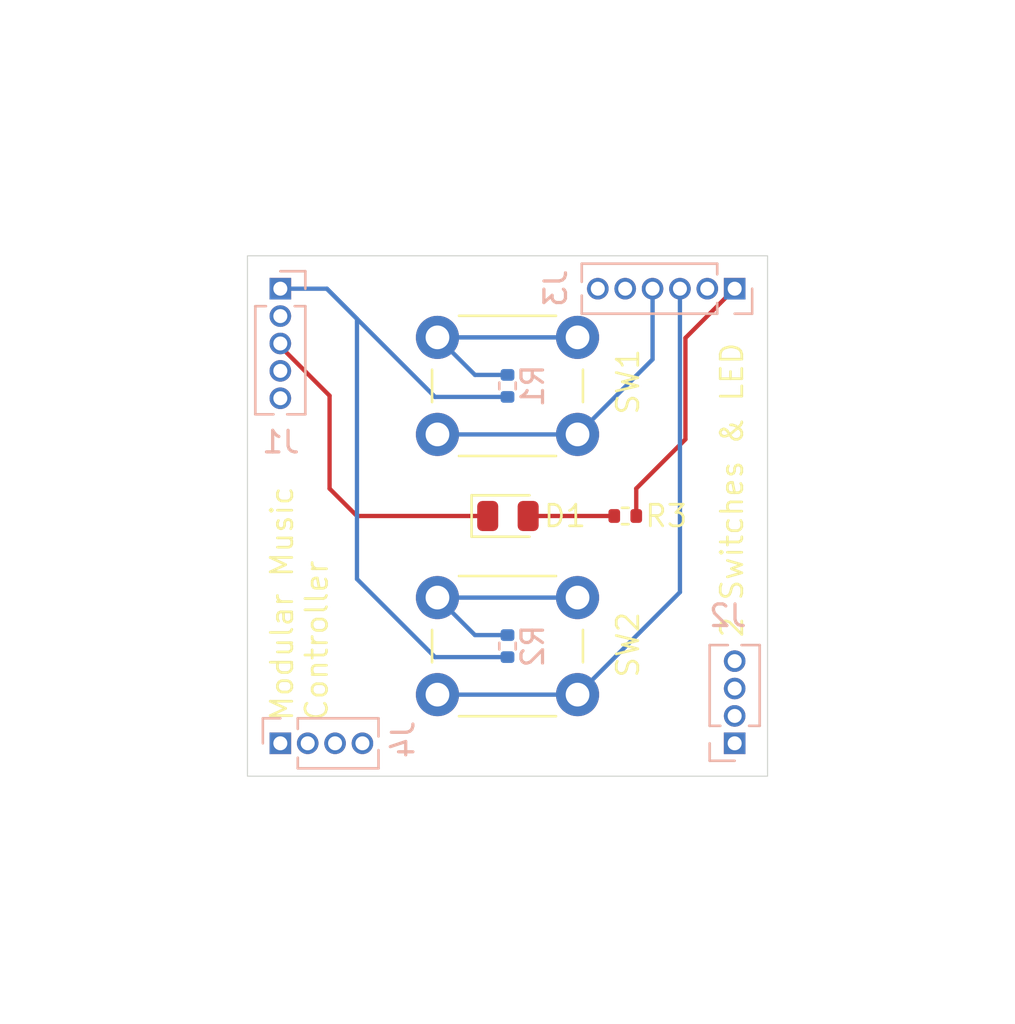
<source format=kicad_pcb>
(kicad_pcb (version 20241229) (generator "pcbnew") (generator_version "9.0")
  (title_block (title "Modular Music Controller / Block / Two Switches (Vertical)") (date "2025-12-03") (rev "1") (company "Dennis Schulmeister-Zimolong"))
  (layers (0 "F.Cu" signal) (2 "B.Cu" signal) (13 "F.Paste" user) (15 "B.Paste" user) (5 "F.SilkS" user "F.Silkscreen") (7 "B.SilkS" user "B.Silkscreen") (1 "F.Mask" user) (3 "B.Mask" user) (25 "Edge.Cuts" user))
  (net 0 "")
  (net 1 "GND")
  (net 2 "Net-(D1-A)")
  (net 3 "/SlotBus.Clock")
  (net 4 "/AREF")
  (net 5 "/+3.3V Digital")
  (net 6 "/SlotBus.Data")
  (net 7 "/Addr3")
  (net 8 "/Addr0")
  (net 9 "/Addr1")
  (net 10 "/Addr2")
  (net 11 "/B")
  (net 12 "/C")
  (net 13 "/LED")
  (net 14 "/A1")
  (net 15 "/A")
  (net 16 "/A0")
  (net 17 "/Typ3")
  (net 18 "/Typ0")
  (net 19 "/Typ1")
  (net 20 "/Typ2")
  (net 21 "Net-(R1-Pad2)")
  (net 22 "Net-(R2-Pad2)")
  (footprint "LED_SMD:LED_0805_2012Metric" (layer "F.Cu") (at 139.085 113.665)
    (property "Reference" "D1" (at 2.647 0 0) (layer "F.SilkS") (effects (font (thickness 0.125))))
    (property "Value" "LED")
    (fp_line (start -1.685 -0.96) (end -1.685 0.96) (stroke (width 0.12)) (layer "F.SilkS"))
    (fp_line (start -1.685 0.96) (end 1 0.96) (stroke (width 0.12)) (layer "F.SilkS"))
    (fp_line (start 1 -0.96) (end -1.685 -0.96) (stroke (width 0.12)) (layer "F.SilkS"))
    (pad "1" smd roundrect (at -0.9375 0) (size 0.975 1.4) (layers "F.Cu" "F.Mask" "F.Paste") (net 1 "GND"))
    (pad "2" smd roundrect (at 0.9375 0) (size 0.975 1.4) (layers "F.Cu" "F.Mask" "F.Paste") (net 2 "Net-(D1-A)"))
  )
  (footprint "Button_Switch_THT:SW_PUSH_6mm" (layer "F.Cu") (at 135.815 117.44781)
    (property "Reference" "SW2" (at 8.838 2.18619 90) (layer "F.SilkS") (effects (font (thickness 0.125))))
    (property "Value" "SW_Push")
    (fp_line (start -0.25 1.5) (end -0.25 3) (stroke (width 0.12)) (layer "F.SilkS"))
    (fp_line (start 1 5.5) (end 5.5 5.5) (stroke (width 0.12)) (layer "F.SilkS"))
    (fp_line (start 5.5 -1) (end 1 -1) (stroke (width 0.12)) (layer "F.SilkS"))
    (fp_line (start 6.75 3) (end 6.75 1.5) (stroke (width 0.12)) (layer "F.SilkS"))
    (pad "1" thru_hole circle (at 0 0 90) (size 2 2) (drill 1.1) (layers "*.Cu" "*.Mask") (net 22 "Net-(R2-Pad2)"))
    (pad "1" thru_hole circle (at 6.5 0 90) (size 2 2) (drill 1.1) (layers "*.Cu" "*.Mask") (net 22 "Net-(R2-Pad2)"))
    (pad "2" thru_hole circle (at 0 4.5 90) (size 2 2) (drill 1.1) (layers "*.Cu" "*.Mask") (net 11 "/B"))
    (pad "2" thru_hole circle (at 6.5 4.5 90) (size 2 2) (drill 1.1) (layers "*.Cu" "*.Mask") (net 11 "/B"))
  )
  (footprint "Resistor_SMD:R_0402_1005Metric" (layer "F.Cu") (at 144.528 113.665 180)
    (property "Reference" "R3" (at -1.903 0 180) (layer "F.SilkS") (effects (font (thickness 0.125))))
    (property "Value" "1k")
    (fp_line (start -0.153641 0.38) (end 0.153641 0.38) (stroke (width 0.12)) (layer "F.SilkS"))
    (fp_line (start -0.153641 -0.38) (end 0.153641 -0.38) (stroke (width 0.12)) (layer "F.SilkS"))
    (pad "1" smd roundrect (at -0.51 0 180) (size 0.54 0.64) (layers "F.Cu" "F.Mask" "F.Paste") (net 13 "/LED"))
    (pad "2" smd roundrect (at 0.51 0 180) (size 0.54 0.64) (layers "F.Cu" "F.Mask" "F.Paste") (net 2 "Net-(D1-A)"))
  )
  (footprint "Button_Switch_THT:SW_PUSH_6mm" (layer "F.Cu") (at 135.815 105.38219)
    (property "Reference" "SW1" (at 8.838 2.05981 90) (layer "F.SilkS") (effects (font (thickness 0.125))))
    (property "Value" "SW_Push")
    (fp_line (start -0.25 1.5) (end -0.25 3) (stroke (width 0.12)) (layer "F.SilkS"))
    (fp_line (start 1 5.5) (end 5.5 5.5) (stroke (width 0.12)) (layer "F.SilkS"))
    (fp_line (start 5.5 -1) (end 1 -1) (stroke (width 0.12)) (layer "F.SilkS"))
    (fp_line (start 6.75 3) (end 6.75 1.5) (stroke (width 0.12)) (layer "F.SilkS"))
    (pad "1" thru_hole circle (at 0 0 90) (size 2 2) (drill 1.1) (layers "*.Cu" "*.Mask") (net 21 "Net-(R1-Pad2)"))
    (pad "1" thru_hole circle (at 6.5 0 90) (size 2 2) (drill 1.1) (layers "*.Cu" "*.Mask") (net 21 "Net-(R1-Pad2)"))
    (pad "2" thru_hole circle (at 0 4.5 90) (size 2 2) (drill 1.1) (layers "*.Cu" "*.Mask") (net 15 "/A"))
    (pad "2" thru_hole circle (at 6.5 4.5 90) (size 2 2) (drill 1.1) (layers "*.Cu" "*.Mask") (net 15 "/A"))
  )
  (footprint "Connector_PinHeader_1.27mm:PinHeader_1x04_P1.27mm_Vertical" (layer "B.Cu") (at 128.525 124.205 -90)
    (property "Reference" "J4" (at -0.1778 -5.6956 90) (layer "B.SilkS") (effects (justify mirror)))
    (property "Value" "Samtec MTMS-104-02-T-S-100")
    (fp_line (start -1.16 0.81) (end 0 0.81) (stroke (width 0.12)) (layer "B.SilkS"))
    (fp_line (start -1.16 0) (end -1.16 0.81) (stroke (width 0.12)) (layer "B.SilkS"))
    (fp_line (start -1.16 -0.81) (end -0.666708 -0.81) (stroke (width 0.12)) (layer "B.SilkS"))
    (fp_line (start -1.16 -0.81) (end -1.16 -4.555) (stroke (width 0.12)) (layer "B.SilkS"))
    (fp_line (start 0.666708 -0.81) (end 1.16 -0.81) (stroke (width 0.12)) (layer "B.SilkS"))
    (fp_line (start 1.16 -0.81) (end 1.16 -4.555) (stroke (width 0.12)) (layer "B.SilkS"))
    (fp_line (start -1.16 -4.555) (end -0.317923 -4.555) (stroke (width 0.12)) (layer "B.SilkS"))
    (fp_line (start 0.317923 -4.555) (end 1.16 -4.555) (stroke (width 0.12)) (layer "B.SilkS"))
    (pad "1" thru_hole rect (at 0 0 270) (size 1 1) (drill 0.65) (layers "*.Cu" "*.Mask") (net 18 "/Typ0"))
    (pad "2" thru_hole circle (at 0 -1.27 270) (size 1 1) (drill 0.65) (layers "*.Cu" "*.Mask") (net 19 "/Typ1"))
    (pad "3" thru_hole circle (at 0 -2.54 270) (size 1 1) (drill 0.65) (layers "*.Cu" "*.Mask") (net 20 "/Typ2"))
    (pad "4" thru_hole circle (at 0 -3.81 270) (size 1 1) (drill 0.65) (layers "*.Cu" "*.Mask") (net 17 "/Typ3"))
  )
  (footprint "Resistor_SMD:R_0402_1005Metric" (layer "B.Cu") (at 139.065 119.69781 90)
    (property "Reference" "R2" (at 0 1.17 90) (layer "B.SilkS") (effects (justify mirror)))
    (property "Value" "1k")
    (fp_line (start -0.153641 -0.38) (end 0.153641 -0.38) (stroke (width 0.12)) (layer "B.SilkS"))
    (fp_line (start -0.153641 0.38) (end 0.153641 0.38) (stroke (width 0.12)) (layer "B.SilkS"))
    (pad "1" smd roundrect (at -0.51 0 90) (size 0.54 0.64) (layers "B.Cu" "B.Mask" "B.Paste") (net 5 "/+3.3V Digital"))
    (pad "2" smd roundrect (at 0.51 0 90) (size 0.54 0.64) (layers "B.Cu" "B.Mask" "B.Paste") (net 22 "Net-(R2-Pad2)"))
  )
  (footprint "Resistor_SMD:R_0402_1005Metric" (layer "B.Cu") (at 139.065 107.63219 90)
    (property "Reference" "R1" (at 0 1.17 90) (layer "B.SilkS") (effects (justify mirror)))
    (property "Value" "1k")
    (fp_line (start -0.153641 -0.38) (end 0.153641 -0.38) (stroke (width 0.12)) (layer "B.SilkS"))
    (fp_line (start -0.153641 0.38) (end 0.153641 0.38) (stroke (width 0.12)) (layer "B.SilkS"))
    (pad "1" smd roundrect (at -0.51 0 90) (size 0.54 0.64) (layers "B.Cu" "B.Mask" "B.Paste") (net 5 "/+3.3V Digital"))
    (pad "2" smd roundrect (at 0.51 0 90) (size 0.54 0.64) (layers "B.Cu" "B.Mask" "B.Paste") (net 21 "Net-(R1-Pad2)"))
  )
  (footprint "Connector_PinHeader_1.27mm:PinHeader_1x04_P1.27mm_Vertical" (layer "B.Cu") (at 149.605 124.205)
    (property "Reference" "J2" (at -0.317923 -5.9182 0) (layer "B.SilkS") (effects (justify mirror)))
    (property "Value" "Samtec MTMS-104-02-T-S-100")
    (fp_line (start -1.16 -4.555) (end -0.317923 -4.555) (stroke (width 0.12)) (layer "B.SilkS"))
    (fp_line (start -1.16 -0.81) (end -1.16 -4.555) (stroke (width 0.12)) (layer "B.SilkS"))
    (fp_line (start -1.16 -0.81) (end -0.666708 -0.81) (stroke (width 0.12)) (layer "B.SilkS"))
    (fp_line (start -1.16 0) (end -1.16 0.81) (stroke (width 0.12)) (layer "B.SilkS"))
    (fp_line (start -1.16 0.81) (end 0 0.81) (stroke (width 0.12)) (layer "B.SilkS"))
    (fp_line (start 0.317923 -4.555) (end 1.16 -4.555) (stroke (width 0.12)) (layer "B.SilkS"))
    (fp_line (start 0.666708 -0.81) (end 1.16 -0.81) (stroke (width 0.12)) (layer "B.SilkS"))
    (fp_line (start 1.16 -0.81) (end 1.16 -4.555) (stroke (width 0.12)) (layer "B.SilkS"))
    (pad "1" thru_hole rect (at 0 0) (size 1 1) (drill 0.65) (layers "*.Cu" "*.Mask") (net 8 "/Addr0"))
    (pad "2" thru_hole circle (at 0 -1.27) (size 1 1) (drill 0.65) (layers "*.Cu" "*.Mask") (net 9 "/Addr1"))
    (pad "3" thru_hole circle (at 0 -2.54) (size 1 1) (drill 0.65) (layers "*.Cu" "*.Mask") (net 10 "/Addr2"))
    (pad "4" thru_hole circle (at 0 -3.81) (size 1 1) (drill 0.65) (layers "*.Cu" "*.Mask") (net 7 "/Addr3"))
  )
  (footprint "Connector_PinHeader_1.27mm:PinHeader_1x05_P1.27mm_Vertical" (layer "B.Cu") (at 128.525 103.125 180)
    (property "Reference" "J1" (at -0.0254 -7.112 180) (layer "B.SilkS") (effects (justify mirror)))
    (property "Value" "Samtec MTMS-105-02-T-S-100")
    (fp_line (start 1.16 -0.81) (end 1.16 -5.825) (stroke (width 0.12)) (layer "B.SilkS"))
    (fp_line (start 0.666708 -0.81) (end 1.16 -0.81) (stroke (width 0.12)) (layer "B.SilkS"))
    (fp_line (start 0.317923 -5.825) (end 1.16 -5.825) (stroke (width 0.12)) (layer "B.SilkS"))
    (fp_line (start -1.16 0.81) (end 0 0.81) (stroke (width 0.12)) (layer "B.SilkS"))
    (fp_line (start -1.16 0) (end -1.16 0.81) (stroke (width 0.12)) (layer "B.SilkS"))
    (fp_line (start -1.16 -0.81) (end -0.666708 -0.81) (stroke (width 0.12)) (layer "B.SilkS"))
    (fp_line (start -1.16 -0.81) (end -1.16 -5.825) (stroke (width 0.12)) (layer "B.SilkS"))
    (fp_line (start -1.16 -5.825) (end -0.317923 -5.825) (stroke (width 0.12)) (layer "B.SilkS"))
    (pad "1" thru_hole rect (at 0 0 180) (size 1 1) (drill 0.65) (layers "*.Cu" "*.Mask") (net 5 "/+3.3V Digital"))
    (pad "2" thru_hole circle (at 0 -1.27 180) (size 1 1) (drill 0.65) (layers "*.Cu" "*.Mask") (net 4 "/AREF"))
    (pad "3" thru_hole circle (at 0 -2.54 180) (size 1 1) (drill 0.65) (layers "*.Cu" "*.Mask") (net 1 "GND"))
    (pad "4" thru_hole circle (at 0 -3.81 180) (size 1 1) (drill 0.65) (layers "*.Cu" "*.Mask") (net 6 "/SlotBus.Data"))
    (pad "5" thru_hole circle (at 0 -5.08 180) (size 1 1) (drill 0.65) (layers "*.Cu" "*.Mask") (net 3 "/SlotBus.Clock"))
  )
  (footprint "Connector_PinHeader_1.27mm:PinHeader_1x06_P1.27mm_Vertical" (layer "B.Cu") (at 149.605 103.125 90)
    (property "Reference" "J3" (at 0.0254 -8.3058 90) (layer "B.SilkS") (effects (justify mirror)))
    (property "Value" "Samtec  MTMS-106-02-T-S-100")
    (fp_line (start 0.317923 -7.095) (end 1.16 -7.095) (stroke (width 0.12)) (layer "B.SilkS"))
    (fp_line (start -1.16 -7.095) (end -0.317923 -7.095) (stroke (width 0.12)) (layer "B.SilkS"))
    (fp_line (start 1.16 -0.81) (end 1.16 -7.095) (stroke (width 0.12)) (layer "B.SilkS"))
    (fp_line (start 0.666708 -0.81) (end 1.16 -0.81) (stroke (width 0.12)) (layer "B.SilkS"))
    (fp_line (start -1.16 -0.81) (end -1.16 -7.095) (stroke (width 0.12)) (layer "B.SilkS"))
    (fp_line (start -1.16 -0.81) (end -0.666708 -0.81) (stroke (width 0.12)) (layer "B.SilkS"))
    (fp_line (start -1.16 0) (end -1.16 0.81) (stroke (width 0.12)) (layer "B.SilkS"))
    (fp_line (start -1.16 0.81) (end 0 0.81) (stroke (width 0.12)) (layer "B.SilkS"))
    (pad "1" thru_hole rect (at 0 0 90) (size 1 1) (drill 0.65) (layers "*.Cu" "*.Mask") (net 13 "/LED"))
    (pad "2" thru_hole circle (at 0 -1.27 90) (size 1 1) (drill 0.65) (layers "*.Cu" "*.Mask") (net 12 "/C"))
    (pad "3" thru_hole circle (at 0 -2.54 90) (size 1 1) (drill 0.65) (layers "*.Cu" "*.Mask") (net 11 "/B"))
    (pad "4" thru_hole circle (at 0 -3.81 90) (size 1 1) (drill 0.65) (layers "*.Cu" "*.Mask") (net 15 "/A"))
    (pad "5" thru_hole circle (at 0 -5.08 90) (size 1 1) (drill 0.65) (layers "*.Cu" "*.Mask") (net 14 "/A1"))
    (pad "6" thru_hole circle (at 0 -6.35 90) (size 1 1) (drill 0.65) (layers "*.Cu" "*.Mask") (net 16 "/A0"))
  )
  (gr_rect (start 127 101.6) (end 151.13 125.73) (stroke (width 0.05)) (fill no) (layer "Edge.Cuts"))
  (gr_text "2 Switches & LED" (at 150.0632 119.38 90) (layer "F.SilkS") (effects (font (size 1 1) (thickness 0.125)) (justify left bottom)))
  (gr_text "Modular Music\nController" (at 128.016 123.2408 90) (layer "F.SilkS") (effects (font (size 1 1) (thickness 0.125)) (justify left top)))
  (segment (start 132.08 113.665) (end 130.81 112.395) (width 0.2) (layer "F.Cu") (net 1))
  (segment (start 128.525 105.802214) (end 128.525 105.665) (width 0.2) (layer "F.Cu") (net 1))
  (segment (start 130.81 108.087214) (end 128.525 105.802214) (width 0.2) (layer "F.Cu") (net 1))
  (segment (start 138.1475 113.665) (end 132.08 113.665) (width 0.2) (layer "F.Cu") (net 1))
  (segment (start 130.81 112.395) (end 130.81 108.087214) (width 0.2) (layer "F.Cu") (net 1))
  (segment (start 140.0225 113.665) (end 144.018 113.665) (width 0.2) (layer "F.Cu") (net 2))
  (segment (start 130.684 103.125) (end 128.525 103.125) (width 0.2) (layer "B.Cu") (net 5))
  (segment (start 135.70181 120.20781) (end 132.08 116.586) (width 0.2) (layer "B.Cu") (net 5))
  (segment (start 139.065 120.20781) (end 135.70181 120.20781) (width 0.2) (layer "B.Cu") (net 5))
  (segment (start 132.08 116.586) (end 132.08 104.521) (width 0.2) (layer "B.Cu") (net 5))
  (segment (start 132.08 104.521) (end 130.684 103.125) (width 0.2) (layer "B.Cu") (net 5))
  (segment (start 135.70119 108.14219) (end 130.684 103.125) (width 0.2) (layer "B.Cu") (net 5))
  (segment (start 139.065 108.14219) (end 135.70119 108.14219) (width 0.2) (layer "B.Cu") (net 5))
  (segment (start 142.315 121.94781) (end 135.815 121.94781) (width 0.2) (layer "B.Cu") (net 11))
  (segment (start 142.315 121.94781) (end 147.065 117.19781) (width 0.2) (layer "B.Cu") (net 11))
  (segment (start 147.065 117.19781) (end 147.065 103.125) (width 0.2) (layer "B.Cu") (net 11))
  (segment (start 147.32 105.41) (end 149.605 103.125) (width 0.2) (layer "F.Cu") (net 13))
  (segment (start 145.038 113.665) (end 145.038 112.391) (width 0.2) (layer "F.Cu") (net 13))
  (segment (start 147.32 110.109) (end 147.32 105.41) (width 0.2) (layer "F.Cu") (net 13))
  (segment (start 145.038 112.391) (end 147.32 110.109) (width 0.2) (layer "F.Cu") (net 13))
  (segment (start 142.315 109.88219) (end 135.815 109.88219) (width 0.2) (layer "B.Cu") (net 15))
  (segment (start 145.795 106.40219) (end 145.795 103.125) (width 0.2) (layer "B.Cu") (net 15))
  (segment (start 142.315 109.88219) (end 145.795 106.40219) (width 0.2) (layer "B.Cu") (net 15))
  (segment (start 137.555 107.12219) (end 135.815 105.38219) (width 0.2) (layer "B.Cu") (net 21))
  (segment (start 142.315 105.38219) (end 135.815 105.38219) (width 0.2) (layer "B.Cu") (net 21))
  (segment (start 139.065 107.12219) (end 137.555 107.12219) (width 0.2) (layer "B.Cu") (net 21))
  (segment (start 139.065 119.18781) (end 137.555 119.18781) (width 0.2) (layer "B.Cu") (net 22))
  (segment (start 142.315 117.44781) (end 135.815 117.44781) (width 0.2) (layer "B.Cu") (net 22))
  (segment (start 137.555 119.18781) (end 135.815 117.44781) (width 0.2) (layer "B.Cu") (net 22))
)
</source>
